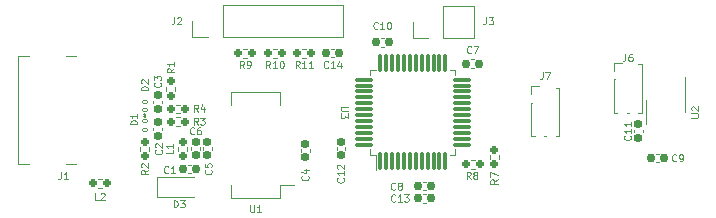
<source format=gto>
G04 #@! TF.GenerationSoftware,KiCad,Pcbnew,(6.0.1)*
G04 #@! TF.CreationDate,2023-03-18T21:45:00+01:00*
G04 #@! TF.ProjectId,usb-magnetometer,7573622d-6d61-4676-9e65-746f6d657465,rev?*
G04 #@! TF.SameCoordinates,Original*
G04 #@! TF.FileFunction,Legend,Top*
G04 #@! TF.FilePolarity,Positive*
%FSLAX46Y46*%
G04 Gerber Fmt 4.6, Leading zero omitted, Abs format (unit mm)*
G04 Created by KiCad (PCBNEW (6.0.1)) date 2023-03-18 21:45:00*
%MOMM*%
%LPD*%
G01*
G04 APERTURE LIST*
G04 Aperture macros list*
%AMRoundRect*
0 Rectangle with rounded corners*
0 $1 Rounding radius*
0 $2 $3 $4 $5 $6 $7 $8 $9 X,Y pos of 4 corners*
0 Add a 4 corners polygon primitive as box body*
4,1,4,$2,$3,$4,$5,$6,$7,$8,$9,$2,$3,0*
0 Add four circle primitives for the rounded corners*
1,1,$1+$1,$2,$3*
1,1,$1+$1,$4,$5*
1,1,$1+$1,$6,$7*
1,1,$1+$1,$8,$9*
0 Add four rect primitives between the rounded corners*
20,1,$1+$1,$2,$3,$4,$5,0*
20,1,$1+$1,$4,$5,$6,$7,0*
20,1,$1+$1,$6,$7,$8,$9,0*
20,1,$1+$1,$8,$9,$2,$3,0*%
G04 Aperture macros list end*
%ADD10C,0.100000*%
%ADD11C,0.120000*%
%ADD12RoundRect,0.160000X-0.197500X-0.160000X0.197500X-0.160000X0.197500X0.160000X-0.197500X0.160000X0*%
%ADD13RoundRect,0.050000X0.200000X-0.100000X0.200000X0.100000X-0.200000X0.100000X-0.200000X-0.100000X0*%
%ADD14RoundRect,0.075000X0.075000X-0.662500X0.075000X0.662500X-0.075000X0.662500X-0.075000X-0.662500X0*%
%ADD15RoundRect,0.075000X0.662500X-0.075000X0.662500X0.075000X-0.662500X0.075000X-0.662500X-0.075000X0*%
%ADD16RoundRect,0.155000X0.155000X-0.212500X0.155000X0.212500X-0.155000X0.212500X-0.155000X-0.212500X0*%
%ADD17RoundRect,0.160000X-0.160000X0.197500X-0.160000X-0.197500X0.160000X-0.197500X0.160000X0.197500X0*%
%ADD18RoundRect,0.155000X-0.155000X0.212500X-0.155000X-0.212500X0.155000X-0.212500X0.155000X0.212500X0*%
%ADD19R,1.000000X1.000000*%
%ADD20RoundRect,0.160000X0.160000X-0.197500X0.160000X0.197500X-0.160000X0.197500X-0.160000X-0.197500X0*%
%ADD21O,0.600000X0.850000*%
%ADD22C,0.600000*%
%ADD23R,2.000000X1.000000*%
%ADD24R,1.000000X0.520000*%
%ADD25R,1.000000X0.270000*%
%ADD26O,2.600000X1.300000*%
%ADD27O,2.300000X1.300000*%
%ADD28RoundRect,0.155000X0.212500X0.155000X-0.212500X0.155000X-0.212500X-0.155000X0.212500X-0.155000X0*%
%ADD29RoundRect,0.160000X0.197500X0.160000X-0.197500X0.160000X-0.197500X-0.160000X0.197500X-0.160000X0*%
%ADD30R,0.850000X0.850000*%
%ADD31O,0.850000X0.850000*%
%ADD32RoundRect,0.155000X-0.212500X-0.155000X0.212500X-0.155000X0.212500X0.155000X-0.212500X0.155000X0*%
%ADD33R,0.450000X1.450000*%
%ADD34RoundRect,0.050000X-0.200000X0.100000X-0.200000X-0.100000X0.200000X-0.100000X0.200000X0.100000X0*%
%ADD35R,1.200000X0.400000*%
%ADD36R,1.700000X1.700000*%
%ADD37O,1.700000X1.700000*%
G04 APERTURE END LIST*
D10*
X85600000Y-148971428D02*
X85400000Y-148685714D01*
X85257142Y-148971428D02*
X85257142Y-148371428D01*
X85485714Y-148371428D01*
X85542857Y-148400000D01*
X85571428Y-148428571D01*
X85600000Y-148485714D01*
X85600000Y-148571428D01*
X85571428Y-148628571D01*
X85542857Y-148657142D01*
X85485714Y-148685714D01*
X85257142Y-148685714D01*
X85942857Y-148628571D02*
X85885714Y-148600000D01*
X85857142Y-148571428D01*
X85828571Y-148514285D01*
X85828571Y-148485714D01*
X85857142Y-148428571D01*
X85885714Y-148400000D01*
X85942857Y-148371428D01*
X86057142Y-148371428D01*
X86114285Y-148400000D01*
X86142857Y-148428571D01*
X86171428Y-148485714D01*
X86171428Y-148514285D01*
X86142857Y-148571428D01*
X86114285Y-148600000D01*
X86057142Y-148628571D01*
X85942857Y-148628571D01*
X85885714Y-148657142D01*
X85857142Y-148685714D01*
X85828571Y-148742857D01*
X85828571Y-148857142D01*
X85857142Y-148914285D01*
X85885714Y-148942857D01*
X85942857Y-148971428D01*
X86057142Y-148971428D01*
X86114285Y-148942857D01*
X86142857Y-148914285D01*
X86171428Y-148857142D01*
X86171428Y-148742857D01*
X86142857Y-148685714D01*
X86114285Y-148657142D01*
X86057142Y-148628571D01*
X58271428Y-141442857D02*
X57671428Y-141442857D01*
X57671428Y-141300000D01*
X57700000Y-141214285D01*
X57757142Y-141157142D01*
X57814285Y-141128571D01*
X57928571Y-141100000D01*
X58014285Y-141100000D01*
X58128571Y-141128571D01*
X58185714Y-141157142D01*
X58242857Y-141214285D01*
X58271428Y-141300000D01*
X58271428Y-141442857D01*
X57728571Y-140871428D02*
X57700000Y-140842857D01*
X57671428Y-140785714D01*
X57671428Y-140642857D01*
X57700000Y-140585714D01*
X57728571Y-140557142D01*
X57785714Y-140528571D01*
X57842857Y-140528571D01*
X57928571Y-140557142D01*
X58271428Y-140900000D01*
X58271428Y-140528571D01*
X62500000Y-144371428D02*
X62300000Y-144085714D01*
X62157142Y-144371428D02*
X62157142Y-143771428D01*
X62385714Y-143771428D01*
X62442857Y-143800000D01*
X62471428Y-143828571D01*
X62500000Y-143885714D01*
X62500000Y-143971428D01*
X62471428Y-144028571D01*
X62442857Y-144057142D01*
X62385714Y-144085714D01*
X62157142Y-144085714D01*
X62700000Y-143771428D02*
X63071428Y-143771428D01*
X62871428Y-144000000D01*
X62957142Y-144000000D01*
X63014285Y-144028571D01*
X63042857Y-144057142D01*
X63071428Y-144114285D01*
X63071428Y-144257142D01*
X63042857Y-144314285D01*
X63014285Y-144342857D01*
X62957142Y-144371428D01*
X62785714Y-144371428D01*
X62728571Y-144342857D01*
X62700000Y-144314285D01*
X75178571Y-142842857D02*
X74692857Y-142842857D01*
X74635714Y-142871428D01*
X74607142Y-142900000D01*
X74578571Y-142957142D01*
X74578571Y-143071428D01*
X74607142Y-143128571D01*
X74635714Y-143157142D01*
X74692857Y-143185714D01*
X75178571Y-143185714D01*
X75178571Y-143414285D02*
X75178571Y-143785714D01*
X74950000Y-143585714D01*
X74950000Y-143671428D01*
X74921428Y-143728571D01*
X74892857Y-143757142D01*
X74835714Y-143785714D01*
X74692857Y-143785714D01*
X74635714Y-143757142D01*
X74607142Y-143728571D01*
X74578571Y-143671428D01*
X74578571Y-143500000D01*
X74607142Y-143442857D01*
X74635714Y-143414285D01*
X59314285Y-140800000D02*
X59342857Y-140828571D01*
X59371428Y-140914285D01*
X59371428Y-140971428D01*
X59342857Y-141057142D01*
X59285714Y-141114285D01*
X59228571Y-141142857D01*
X59114285Y-141171428D01*
X59028571Y-141171428D01*
X58914285Y-141142857D01*
X58857142Y-141114285D01*
X58800000Y-141057142D01*
X58771428Y-140971428D01*
X58771428Y-140914285D01*
X58800000Y-140828571D01*
X58828571Y-140800000D01*
X58771428Y-140600000D02*
X58771428Y-140228571D01*
X59000000Y-140428571D01*
X59000000Y-140342857D01*
X59028571Y-140285714D01*
X59057142Y-140257142D01*
X59114285Y-140228571D01*
X59257142Y-140228571D01*
X59314285Y-140257142D01*
X59342857Y-140285714D01*
X59371428Y-140342857D01*
X59371428Y-140514285D01*
X59342857Y-140571428D01*
X59314285Y-140600000D01*
X58271428Y-148200000D02*
X57985714Y-148400000D01*
X58271428Y-148542857D02*
X57671428Y-148542857D01*
X57671428Y-148314285D01*
X57700000Y-148257142D01*
X57728571Y-148228571D01*
X57785714Y-148200000D01*
X57871428Y-148200000D01*
X57928571Y-148228571D01*
X57957142Y-148257142D01*
X57985714Y-148314285D01*
X57985714Y-148542857D01*
X57728571Y-147971428D02*
X57700000Y-147942857D01*
X57671428Y-147885714D01*
X57671428Y-147742857D01*
X57700000Y-147685714D01*
X57728571Y-147657142D01*
X57785714Y-147628571D01*
X57842857Y-147628571D01*
X57928571Y-147657142D01*
X58271428Y-148000000D01*
X58271428Y-147628571D01*
X63614285Y-148200000D02*
X63642857Y-148228571D01*
X63671428Y-148314285D01*
X63671428Y-148371428D01*
X63642857Y-148457142D01*
X63585714Y-148514285D01*
X63528571Y-148542857D01*
X63414285Y-148571428D01*
X63328571Y-148571428D01*
X63214285Y-148542857D01*
X63157142Y-148514285D01*
X63100000Y-148457142D01*
X63071428Y-148371428D01*
X63071428Y-148314285D01*
X63100000Y-148228571D01*
X63128571Y-148200000D01*
X63071428Y-147657142D02*
X63071428Y-147942857D01*
X63357142Y-147971428D01*
X63328571Y-147942857D01*
X63300000Y-147885714D01*
X63300000Y-147742857D01*
X63328571Y-147685714D01*
X63357142Y-147657142D01*
X63414285Y-147628571D01*
X63557142Y-147628571D01*
X63614285Y-147657142D01*
X63642857Y-147685714D01*
X63671428Y-147742857D01*
X63671428Y-147885714D01*
X63642857Y-147942857D01*
X63614285Y-147971428D01*
X60457142Y-151371428D02*
X60457142Y-150771428D01*
X60600000Y-150771428D01*
X60685714Y-150800000D01*
X60742857Y-150857142D01*
X60771428Y-150914285D01*
X60800000Y-151028571D01*
X60800000Y-151114285D01*
X60771428Y-151228571D01*
X60742857Y-151285714D01*
X60685714Y-151342857D01*
X60600000Y-151371428D01*
X60457142Y-151371428D01*
X61000000Y-150771428D02*
X61371428Y-150771428D01*
X61171428Y-151000000D01*
X61257142Y-151000000D01*
X61314285Y-151028571D01*
X61342857Y-151057142D01*
X61371428Y-151114285D01*
X61371428Y-151257142D01*
X61342857Y-151314285D01*
X61314285Y-151342857D01*
X61257142Y-151371428D01*
X61085714Y-151371428D01*
X61028571Y-151342857D01*
X61000000Y-151314285D01*
X87871428Y-149000000D02*
X87585714Y-149200000D01*
X87871428Y-149342857D02*
X87271428Y-149342857D01*
X87271428Y-149114285D01*
X87300000Y-149057142D01*
X87328571Y-149028571D01*
X87385714Y-149000000D01*
X87471428Y-149000000D01*
X87528571Y-149028571D01*
X87557142Y-149057142D01*
X87585714Y-149114285D01*
X87585714Y-149342857D01*
X87271428Y-148800000D02*
X87271428Y-148400000D01*
X87871428Y-148657142D01*
X50900000Y-148371428D02*
X50900000Y-148800000D01*
X50871428Y-148885714D01*
X50814285Y-148942857D01*
X50728571Y-148971428D01*
X50671428Y-148971428D01*
X51500000Y-148971428D02*
X51157142Y-148971428D01*
X51328571Y-148971428D02*
X51328571Y-148371428D01*
X51271428Y-148457142D01*
X51214285Y-148514285D01*
X51157142Y-148542857D01*
X79200000Y-149814285D02*
X79171428Y-149842857D01*
X79085714Y-149871428D01*
X79028571Y-149871428D01*
X78942857Y-149842857D01*
X78885714Y-149785714D01*
X78857142Y-149728571D01*
X78828571Y-149614285D01*
X78828571Y-149528571D01*
X78857142Y-149414285D01*
X78885714Y-149357142D01*
X78942857Y-149300000D01*
X79028571Y-149271428D01*
X79085714Y-149271428D01*
X79171428Y-149300000D01*
X79200000Y-149328571D01*
X79542857Y-149528571D02*
X79485714Y-149500000D01*
X79457142Y-149471428D01*
X79428571Y-149414285D01*
X79428571Y-149385714D01*
X79457142Y-149328571D01*
X79485714Y-149300000D01*
X79542857Y-149271428D01*
X79657142Y-149271428D01*
X79714285Y-149300000D01*
X79742857Y-149328571D01*
X79771428Y-149385714D01*
X79771428Y-149414285D01*
X79742857Y-149471428D01*
X79714285Y-149500000D01*
X79657142Y-149528571D01*
X79542857Y-149528571D01*
X79485714Y-149557142D01*
X79457142Y-149585714D01*
X79428571Y-149642857D01*
X79428571Y-149757142D01*
X79457142Y-149814285D01*
X79485714Y-149842857D01*
X79542857Y-149871428D01*
X79657142Y-149871428D01*
X79714285Y-149842857D01*
X79742857Y-149814285D01*
X79771428Y-149757142D01*
X79771428Y-149642857D01*
X79742857Y-149585714D01*
X79714285Y-149557142D01*
X79657142Y-149528571D01*
X74814285Y-148885714D02*
X74842857Y-148914285D01*
X74871428Y-149000000D01*
X74871428Y-149057142D01*
X74842857Y-149142857D01*
X74785714Y-149200000D01*
X74728571Y-149228571D01*
X74614285Y-149257142D01*
X74528571Y-149257142D01*
X74414285Y-149228571D01*
X74357142Y-149200000D01*
X74300000Y-149142857D01*
X74271428Y-149057142D01*
X74271428Y-149000000D01*
X74300000Y-148914285D01*
X74328571Y-148885714D01*
X74871428Y-148314285D02*
X74871428Y-148657142D01*
X74871428Y-148485714D02*
X74271428Y-148485714D01*
X74357142Y-148542857D01*
X74414285Y-148600000D01*
X74442857Y-148657142D01*
X74328571Y-148085714D02*
X74300000Y-148057142D01*
X74271428Y-148000000D01*
X74271428Y-147857142D01*
X74300000Y-147800000D01*
X74328571Y-147771428D01*
X74385714Y-147742857D01*
X74442857Y-147742857D01*
X74528571Y-147771428D01*
X74871428Y-148114285D01*
X74871428Y-147742857D01*
X54100000Y-150741428D02*
X53814285Y-150741428D01*
X53814285Y-150141428D01*
X54271428Y-150198571D02*
X54300000Y-150170000D01*
X54357142Y-150141428D01*
X54500000Y-150141428D01*
X54557142Y-150170000D01*
X54585714Y-150198571D01*
X54614285Y-150255714D01*
X54614285Y-150312857D01*
X54585714Y-150398571D01*
X54242857Y-150741428D01*
X54614285Y-150741428D01*
X66400000Y-139571428D02*
X66200000Y-139285714D01*
X66057142Y-139571428D02*
X66057142Y-138971428D01*
X66285714Y-138971428D01*
X66342857Y-139000000D01*
X66371428Y-139028571D01*
X66400000Y-139085714D01*
X66400000Y-139171428D01*
X66371428Y-139228571D01*
X66342857Y-139257142D01*
X66285714Y-139285714D01*
X66057142Y-139285714D01*
X66685714Y-139571428D02*
X66800000Y-139571428D01*
X66857142Y-139542857D01*
X66885714Y-139514285D01*
X66942857Y-139428571D01*
X66971428Y-139314285D01*
X66971428Y-139085714D01*
X66942857Y-139028571D01*
X66914285Y-139000000D01*
X66857142Y-138971428D01*
X66742857Y-138971428D01*
X66685714Y-139000000D01*
X66657142Y-139028571D01*
X66628571Y-139085714D01*
X66628571Y-139228571D01*
X66657142Y-139285714D01*
X66685714Y-139314285D01*
X66742857Y-139342857D01*
X66857142Y-139342857D01*
X66914285Y-139314285D01*
X66942857Y-139285714D01*
X66971428Y-139228571D01*
X68614285Y-139571428D02*
X68414285Y-139285714D01*
X68271428Y-139571428D02*
X68271428Y-138971428D01*
X68500000Y-138971428D01*
X68557142Y-139000000D01*
X68585714Y-139028571D01*
X68614285Y-139085714D01*
X68614285Y-139171428D01*
X68585714Y-139228571D01*
X68557142Y-139257142D01*
X68500000Y-139285714D01*
X68271428Y-139285714D01*
X69185714Y-139571428D02*
X68842857Y-139571428D01*
X69014285Y-139571428D02*
X69014285Y-138971428D01*
X68957142Y-139057142D01*
X68900000Y-139114285D01*
X68842857Y-139142857D01*
X69557142Y-138971428D02*
X69614285Y-138971428D01*
X69671428Y-139000000D01*
X69700000Y-139028571D01*
X69728571Y-139085714D01*
X69757142Y-139200000D01*
X69757142Y-139342857D01*
X69728571Y-139457142D01*
X69700000Y-139514285D01*
X69671428Y-139542857D01*
X69614285Y-139571428D01*
X69557142Y-139571428D01*
X69500000Y-139542857D01*
X69471428Y-139514285D01*
X69442857Y-139457142D01*
X69414285Y-139342857D01*
X69414285Y-139200000D01*
X69442857Y-139085714D01*
X69471428Y-139028571D01*
X69500000Y-139000000D01*
X69557142Y-138971428D01*
X71814285Y-148700000D02*
X71842857Y-148728571D01*
X71871428Y-148814285D01*
X71871428Y-148871428D01*
X71842857Y-148957142D01*
X71785714Y-149014285D01*
X71728571Y-149042857D01*
X71614285Y-149071428D01*
X71528571Y-149071428D01*
X71414285Y-149042857D01*
X71357142Y-149014285D01*
X71300000Y-148957142D01*
X71271428Y-148871428D01*
X71271428Y-148814285D01*
X71300000Y-148728571D01*
X71328571Y-148700000D01*
X71471428Y-148185714D02*
X71871428Y-148185714D01*
X71242857Y-148328571D02*
X71671428Y-148471428D01*
X71671428Y-148100000D01*
X98700000Y-138371428D02*
X98700000Y-138800000D01*
X98671428Y-138885714D01*
X98614285Y-138942857D01*
X98528571Y-138971428D01*
X98471428Y-138971428D01*
X99242857Y-138371428D02*
X99128571Y-138371428D01*
X99071428Y-138400000D01*
X99042857Y-138428571D01*
X98985714Y-138514285D01*
X98957142Y-138628571D01*
X98957142Y-138857142D01*
X98985714Y-138914285D01*
X99014285Y-138942857D01*
X99071428Y-138971428D01*
X99185714Y-138971428D01*
X99242857Y-138942857D01*
X99271428Y-138914285D01*
X99300000Y-138857142D01*
X99300000Y-138714285D01*
X99271428Y-138657142D01*
X99242857Y-138628571D01*
X99185714Y-138600000D01*
X99071428Y-138600000D01*
X99014285Y-138628571D01*
X98985714Y-138657142D01*
X98957142Y-138714285D01*
X91700000Y-139911428D02*
X91700000Y-140340000D01*
X91671428Y-140425714D01*
X91614285Y-140482857D01*
X91528571Y-140511428D01*
X91471428Y-140511428D01*
X91928571Y-139911428D02*
X92328571Y-139911428D01*
X92071428Y-140511428D01*
X77714285Y-136214285D02*
X77685714Y-136242857D01*
X77600000Y-136271428D01*
X77542857Y-136271428D01*
X77457142Y-136242857D01*
X77400000Y-136185714D01*
X77371428Y-136128571D01*
X77342857Y-136014285D01*
X77342857Y-135928571D01*
X77371428Y-135814285D01*
X77400000Y-135757142D01*
X77457142Y-135700000D01*
X77542857Y-135671428D01*
X77600000Y-135671428D01*
X77685714Y-135700000D01*
X77714285Y-135728571D01*
X78285714Y-136271428D02*
X77942857Y-136271428D01*
X78114285Y-136271428D02*
X78114285Y-135671428D01*
X78057142Y-135757142D01*
X78000000Y-135814285D01*
X77942857Y-135842857D01*
X78657142Y-135671428D02*
X78714285Y-135671428D01*
X78771428Y-135700000D01*
X78800000Y-135728571D01*
X78828571Y-135785714D01*
X78857142Y-135900000D01*
X78857142Y-136042857D01*
X78828571Y-136157142D01*
X78800000Y-136214285D01*
X78771428Y-136242857D01*
X78714285Y-136271428D01*
X78657142Y-136271428D01*
X78600000Y-136242857D01*
X78571428Y-136214285D01*
X78542857Y-136157142D01*
X78514285Y-136042857D01*
X78514285Y-135900000D01*
X78542857Y-135785714D01*
X78571428Y-135728571D01*
X78600000Y-135700000D01*
X78657142Y-135671428D01*
X104271428Y-143757142D02*
X104757142Y-143757142D01*
X104814285Y-143728571D01*
X104842857Y-143700000D01*
X104871428Y-143642857D01*
X104871428Y-143528571D01*
X104842857Y-143471428D01*
X104814285Y-143442857D01*
X104757142Y-143414285D01*
X104271428Y-143414285D01*
X104328571Y-143157142D02*
X104300000Y-143128571D01*
X104271428Y-143071428D01*
X104271428Y-142928571D01*
X104300000Y-142871428D01*
X104328571Y-142842857D01*
X104385714Y-142814285D01*
X104442857Y-142814285D01*
X104528571Y-142842857D01*
X104871428Y-143185714D01*
X104871428Y-142814285D01*
X99114285Y-145285714D02*
X99142857Y-145314285D01*
X99171428Y-145400000D01*
X99171428Y-145457142D01*
X99142857Y-145542857D01*
X99085714Y-145600000D01*
X99028571Y-145628571D01*
X98914285Y-145657142D01*
X98828571Y-145657142D01*
X98714285Y-145628571D01*
X98657142Y-145600000D01*
X98600000Y-145542857D01*
X98571428Y-145457142D01*
X98571428Y-145400000D01*
X98600000Y-145314285D01*
X98628571Y-145285714D01*
X99171428Y-144714285D02*
X99171428Y-145057142D01*
X99171428Y-144885714D02*
X98571428Y-144885714D01*
X98657142Y-144942857D01*
X98714285Y-145000000D01*
X98742857Y-145057142D01*
X99171428Y-144142857D02*
X99171428Y-144485714D01*
X99171428Y-144314285D02*
X98571428Y-144314285D01*
X98657142Y-144371428D01*
X98714285Y-144428571D01*
X98742857Y-144485714D01*
X57371428Y-144342857D02*
X56771428Y-144342857D01*
X56771428Y-144200000D01*
X56800000Y-144114285D01*
X56857142Y-144057142D01*
X56914285Y-144028571D01*
X57028571Y-144000000D01*
X57114285Y-144000000D01*
X57228571Y-144028571D01*
X57285714Y-144057142D01*
X57342857Y-144114285D01*
X57371428Y-144200000D01*
X57371428Y-144342857D01*
X57371428Y-143428571D02*
X57371428Y-143771428D01*
X57371428Y-143600000D02*
X56771428Y-143600000D01*
X56857142Y-143657142D01*
X56914285Y-143714285D01*
X56942857Y-143771428D01*
X66942857Y-151171428D02*
X66942857Y-151657142D01*
X66971428Y-151714285D01*
X67000000Y-151742857D01*
X67057142Y-151771428D01*
X67171428Y-151771428D01*
X67228571Y-151742857D01*
X67257142Y-151714285D01*
X67285714Y-151657142D01*
X67285714Y-151171428D01*
X67885714Y-151771428D02*
X67542857Y-151771428D01*
X67714285Y-151771428D02*
X67714285Y-151171428D01*
X67657142Y-151257142D01*
X67600000Y-151314285D01*
X67542857Y-151342857D01*
X62200000Y-145114285D02*
X62171428Y-145142857D01*
X62085714Y-145171428D01*
X62028571Y-145171428D01*
X61942857Y-145142857D01*
X61885714Y-145085714D01*
X61857142Y-145028571D01*
X61828571Y-144914285D01*
X61828571Y-144828571D01*
X61857142Y-144714285D01*
X61885714Y-144657142D01*
X61942857Y-144600000D01*
X62028571Y-144571428D01*
X62085714Y-144571428D01*
X62171428Y-144600000D01*
X62200000Y-144628571D01*
X62714285Y-144571428D02*
X62600000Y-144571428D01*
X62542857Y-144600000D01*
X62514285Y-144628571D01*
X62457142Y-144714285D01*
X62428571Y-144828571D01*
X62428571Y-145057142D01*
X62457142Y-145114285D01*
X62485714Y-145142857D01*
X62542857Y-145171428D01*
X62657142Y-145171428D01*
X62714285Y-145142857D01*
X62742857Y-145114285D01*
X62771428Y-145057142D01*
X62771428Y-144914285D01*
X62742857Y-144857142D01*
X62714285Y-144828571D01*
X62657142Y-144800000D01*
X62542857Y-144800000D01*
X62485714Y-144828571D01*
X62457142Y-144857142D01*
X62428571Y-144914285D01*
X60471428Y-139600000D02*
X60185714Y-139800000D01*
X60471428Y-139942857D02*
X59871428Y-139942857D01*
X59871428Y-139714285D01*
X59900000Y-139657142D01*
X59928571Y-139628571D01*
X59985714Y-139600000D01*
X60071428Y-139600000D01*
X60128571Y-139628571D01*
X60157142Y-139657142D01*
X60185714Y-139714285D01*
X60185714Y-139942857D01*
X60471428Y-139028571D02*
X60471428Y-139371428D01*
X60471428Y-139200000D02*
X59871428Y-139200000D01*
X59957142Y-139257142D01*
X60014285Y-139314285D01*
X60042857Y-139371428D01*
X73514285Y-139514285D02*
X73485714Y-139542857D01*
X73400000Y-139571428D01*
X73342857Y-139571428D01*
X73257142Y-139542857D01*
X73200000Y-139485714D01*
X73171428Y-139428571D01*
X73142857Y-139314285D01*
X73142857Y-139228571D01*
X73171428Y-139114285D01*
X73200000Y-139057142D01*
X73257142Y-139000000D01*
X73342857Y-138971428D01*
X73400000Y-138971428D01*
X73485714Y-139000000D01*
X73514285Y-139028571D01*
X74085714Y-139571428D02*
X73742857Y-139571428D01*
X73914285Y-139571428D02*
X73914285Y-138971428D01*
X73857142Y-139057142D01*
X73800000Y-139114285D01*
X73742857Y-139142857D01*
X74600000Y-139171428D02*
X74600000Y-139571428D01*
X74457142Y-138942857D02*
X74314285Y-139371428D01*
X74685714Y-139371428D01*
X60500000Y-135271428D02*
X60500000Y-135700000D01*
X60471428Y-135785714D01*
X60414285Y-135842857D01*
X60328571Y-135871428D01*
X60271428Y-135871428D01*
X60757142Y-135328571D02*
X60785714Y-135300000D01*
X60842857Y-135271428D01*
X60985714Y-135271428D01*
X61042857Y-135300000D01*
X61071428Y-135328571D01*
X61100000Y-135385714D01*
X61100000Y-135442857D01*
X61071428Y-135528571D01*
X60728571Y-135871428D01*
X61100000Y-135871428D01*
X71114285Y-139571428D02*
X70914285Y-139285714D01*
X70771428Y-139571428D02*
X70771428Y-138971428D01*
X71000000Y-138971428D01*
X71057142Y-139000000D01*
X71085714Y-139028571D01*
X71114285Y-139085714D01*
X71114285Y-139171428D01*
X71085714Y-139228571D01*
X71057142Y-139257142D01*
X71000000Y-139285714D01*
X70771428Y-139285714D01*
X71685714Y-139571428D02*
X71342857Y-139571428D01*
X71514285Y-139571428D02*
X71514285Y-138971428D01*
X71457142Y-139057142D01*
X71400000Y-139114285D01*
X71342857Y-139142857D01*
X72257142Y-139571428D02*
X71914285Y-139571428D01*
X72085714Y-139571428D02*
X72085714Y-138971428D01*
X72028571Y-139057142D01*
X71971428Y-139114285D01*
X71914285Y-139142857D01*
X79214285Y-150814285D02*
X79185714Y-150842857D01*
X79100000Y-150871428D01*
X79042857Y-150871428D01*
X78957142Y-150842857D01*
X78900000Y-150785714D01*
X78871428Y-150728571D01*
X78842857Y-150614285D01*
X78842857Y-150528571D01*
X78871428Y-150414285D01*
X78900000Y-150357142D01*
X78957142Y-150300000D01*
X79042857Y-150271428D01*
X79100000Y-150271428D01*
X79185714Y-150300000D01*
X79214285Y-150328571D01*
X79785714Y-150871428D02*
X79442857Y-150871428D01*
X79614285Y-150871428D02*
X79614285Y-150271428D01*
X79557142Y-150357142D01*
X79500000Y-150414285D01*
X79442857Y-150442857D01*
X79985714Y-150271428D02*
X80357142Y-150271428D01*
X80157142Y-150500000D01*
X80242857Y-150500000D01*
X80300000Y-150528571D01*
X80328571Y-150557142D01*
X80357142Y-150614285D01*
X80357142Y-150757142D01*
X80328571Y-150814285D01*
X80300000Y-150842857D01*
X80242857Y-150871428D01*
X80071428Y-150871428D01*
X80014285Y-150842857D01*
X79985714Y-150814285D01*
X86900000Y-135271428D02*
X86900000Y-135700000D01*
X86871428Y-135785714D01*
X86814285Y-135842857D01*
X86728571Y-135871428D01*
X86671428Y-135871428D01*
X87128571Y-135271428D02*
X87500000Y-135271428D01*
X87300000Y-135500000D01*
X87385714Y-135500000D01*
X87442857Y-135528571D01*
X87471428Y-135557142D01*
X87500000Y-135614285D01*
X87500000Y-135757142D01*
X87471428Y-135814285D01*
X87442857Y-135842857D01*
X87385714Y-135871428D01*
X87214285Y-135871428D01*
X87157142Y-135842857D01*
X87128571Y-135814285D01*
X62500000Y-143271428D02*
X62300000Y-142985714D01*
X62157142Y-143271428D02*
X62157142Y-142671428D01*
X62385714Y-142671428D01*
X62442857Y-142700000D01*
X62471428Y-142728571D01*
X62500000Y-142785714D01*
X62500000Y-142871428D01*
X62471428Y-142928571D01*
X62442857Y-142957142D01*
X62385714Y-142985714D01*
X62157142Y-142985714D01*
X63014285Y-142871428D02*
X63014285Y-143271428D01*
X62871428Y-142642857D02*
X62728571Y-143071428D01*
X63100000Y-143071428D01*
X103000000Y-147414285D02*
X102971428Y-147442857D01*
X102885714Y-147471428D01*
X102828571Y-147471428D01*
X102742857Y-147442857D01*
X102685714Y-147385714D01*
X102657142Y-147328571D01*
X102628571Y-147214285D01*
X102628571Y-147128571D01*
X102657142Y-147014285D01*
X102685714Y-146957142D01*
X102742857Y-146900000D01*
X102828571Y-146871428D01*
X102885714Y-146871428D01*
X102971428Y-146900000D01*
X103000000Y-146928571D01*
X103285714Y-147471428D02*
X103400000Y-147471428D01*
X103457142Y-147442857D01*
X103485714Y-147414285D01*
X103542857Y-147328571D01*
X103571428Y-147214285D01*
X103571428Y-146985714D01*
X103542857Y-146928571D01*
X103514285Y-146900000D01*
X103457142Y-146871428D01*
X103342857Y-146871428D01*
X103285714Y-146900000D01*
X103257142Y-146928571D01*
X103228571Y-146985714D01*
X103228571Y-147128571D01*
X103257142Y-147185714D01*
X103285714Y-147214285D01*
X103342857Y-147242857D01*
X103457142Y-147242857D01*
X103514285Y-147214285D01*
X103542857Y-147185714D01*
X103571428Y-147128571D01*
X85650000Y-138254285D02*
X85621428Y-138282857D01*
X85535714Y-138311428D01*
X85478571Y-138311428D01*
X85392857Y-138282857D01*
X85335714Y-138225714D01*
X85307142Y-138168571D01*
X85278571Y-138054285D01*
X85278571Y-137968571D01*
X85307142Y-137854285D01*
X85335714Y-137797142D01*
X85392857Y-137740000D01*
X85478571Y-137711428D01*
X85535714Y-137711428D01*
X85621428Y-137740000D01*
X85650000Y-137768571D01*
X85850000Y-137711428D02*
X86250000Y-137711428D01*
X85992857Y-138311428D01*
X59414285Y-146500000D02*
X59442857Y-146528571D01*
X59471428Y-146614285D01*
X59471428Y-146671428D01*
X59442857Y-146757142D01*
X59385714Y-146814285D01*
X59328571Y-146842857D01*
X59214285Y-146871428D01*
X59128571Y-146871428D01*
X59014285Y-146842857D01*
X58957142Y-146814285D01*
X58900000Y-146757142D01*
X58871428Y-146671428D01*
X58871428Y-146614285D01*
X58900000Y-146528571D01*
X58928571Y-146500000D01*
X58928571Y-146271428D02*
X58900000Y-146242857D01*
X58871428Y-146185714D01*
X58871428Y-146042857D01*
X58900000Y-145985714D01*
X58928571Y-145957142D01*
X58985714Y-145928571D01*
X59042857Y-145928571D01*
X59128571Y-145957142D01*
X59471428Y-146300000D01*
X59471428Y-145928571D01*
X60371428Y-146500000D02*
X60371428Y-146785714D01*
X59771428Y-146785714D01*
X60371428Y-145985714D02*
X60371428Y-146328571D01*
X60371428Y-146157142D02*
X59771428Y-146157142D01*
X59857142Y-146214285D01*
X59914285Y-146271428D01*
X59942857Y-146328571D01*
X60000000Y-148414285D02*
X59971428Y-148442857D01*
X59885714Y-148471428D01*
X59828571Y-148471428D01*
X59742857Y-148442857D01*
X59685714Y-148385714D01*
X59657142Y-148328571D01*
X59628571Y-148214285D01*
X59628571Y-148128571D01*
X59657142Y-148014285D01*
X59685714Y-147957142D01*
X59742857Y-147900000D01*
X59828571Y-147871428D01*
X59885714Y-147871428D01*
X59971428Y-147900000D01*
X60000000Y-147928571D01*
X60571428Y-148471428D02*
X60228571Y-148471428D01*
X60400000Y-148471428D02*
X60400000Y-147871428D01*
X60342857Y-147957142D01*
X60285714Y-148014285D01*
X60228571Y-148042857D01*
X85632379Y-148080000D02*
X85967621Y-148080000D01*
X85632379Y-147320000D02*
X85967621Y-147320000D01*
X58100000Y-143700000D02*
G75*
G03*
X58100000Y-143700000I-100000J0D01*
G01*
X60632379Y-144480000D02*
X60967621Y-144480000D01*
X60632379Y-143720000D02*
X60967621Y-143720000D01*
X84310000Y-146460000D02*
X84310000Y-146910000D01*
X84310000Y-146910000D02*
X83860000Y-146910000D01*
X77090000Y-139690000D02*
X77540000Y-139690000D01*
X77090000Y-146910000D02*
X77540000Y-146910000D01*
X77090000Y-140140000D02*
X77090000Y-139690000D01*
X84310000Y-140140000D02*
X84310000Y-139690000D01*
X84310000Y-139690000D02*
X83860000Y-139690000D01*
X77090000Y-146460000D02*
X77090000Y-146910000D01*
X77540000Y-146910000D02*
X77540000Y-148200000D01*
X59460000Y-142548335D02*
X59460000Y-142316665D01*
X58740000Y-142548335D02*
X58740000Y-142316665D01*
X58380000Y-146232379D02*
X58380000Y-146567621D01*
X57620000Y-146232379D02*
X57620000Y-146567621D01*
X63660000Y-146284165D02*
X63660000Y-146515835D01*
X62940000Y-146284165D02*
X62940000Y-146515835D01*
X59000000Y-148750000D02*
X62150000Y-148750000D01*
X59000000Y-150450000D02*
X62150000Y-150450000D01*
X59000000Y-148750000D02*
X59000000Y-150450000D01*
X87220000Y-147267621D02*
X87220000Y-146932379D01*
X87980000Y-147267621D02*
X87980000Y-146932379D01*
X47240000Y-138520000D02*
X47240000Y-147680000D01*
X52165000Y-147680000D02*
X51310000Y-147680000D01*
X52165000Y-138520000D02*
X51310000Y-138520000D01*
X48190000Y-147680000D02*
X47240000Y-147680000D01*
X48190000Y-138520000D02*
X47240000Y-138520000D01*
X81815835Y-149190000D02*
X81584165Y-149190000D01*
X81815835Y-149910000D02*
X81584165Y-149910000D01*
X74240000Y-146515835D02*
X74240000Y-146284165D01*
X74960000Y-146515835D02*
X74960000Y-146284165D01*
X54367621Y-148920000D02*
X54032379Y-148920000D01*
X54367621Y-149680000D02*
X54032379Y-149680000D01*
X66332379Y-137920000D02*
X66667621Y-137920000D01*
X66332379Y-138680000D02*
X66667621Y-138680000D01*
X68832379Y-137920000D02*
X69167621Y-137920000D01*
X68832379Y-138680000D02*
X69167621Y-138680000D01*
X71240000Y-146683335D02*
X71240000Y-146451665D01*
X71960000Y-146683335D02*
X71960000Y-146451665D01*
D11*
X99794493Y-139240000D02*
X100110000Y-139240000D01*
X97690000Y-140485000D02*
X97791724Y-140485000D01*
X97690000Y-139800000D02*
X97690000Y-139115000D01*
X97690000Y-139115000D02*
X98400000Y-139115000D01*
X97690000Y-140485000D02*
X97690000Y-143360000D01*
X99794493Y-143360000D02*
X100110000Y-143360000D01*
X100110000Y-139240000D02*
X100110000Y-143360000D01*
X97690000Y-143360000D02*
X98005507Y-143360000D01*
X98794493Y-143360000D02*
X99005507Y-143360000D01*
X90690000Y-141115000D02*
X91400000Y-141115000D01*
X90690000Y-141800000D02*
X90690000Y-141115000D01*
X90690000Y-145360000D02*
X91005507Y-145360000D01*
X92794493Y-145360000D02*
X93110000Y-145360000D01*
X90690000Y-142485000D02*
X90791724Y-142485000D01*
X90690000Y-142485000D02*
X90690000Y-145360000D01*
X92794493Y-141240000D02*
X93110000Y-141240000D01*
X93110000Y-141240000D02*
X93110000Y-145360000D01*
X91794493Y-145360000D02*
X92005507Y-145360000D01*
D10*
X78034165Y-137760000D02*
X78265835Y-137760000D01*
X78034165Y-137040000D02*
X78265835Y-137040000D01*
X100480000Y-144300000D02*
X100480000Y-142300000D01*
X103720000Y-143300000D02*
X103720000Y-140300000D01*
X99440000Y-145015835D02*
X99440000Y-144784165D01*
X100160000Y-145015835D02*
X100160000Y-144784165D01*
X58100000Y-143532500D02*
G75*
G03*
X58100000Y-143532500I-100000J0D01*
G01*
X69475000Y-141625000D02*
X65325000Y-141625000D01*
X65325000Y-141625000D02*
X65325000Y-142735000D01*
X69475000Y-149465000D02*
X70600000Y-149465000D01*
X69475000Y-149465000D02*
X69475000Y-150575000D01*
X69475000Y-150575000D02*
X65325000Y-150575000D01*
X65325000Y-150575000D02*
X65325000Y-149465000D01*
X69475000Y-141625000D02*
X69475000Y-142735000D01*
X61940000Y-146284165D02*
X61940000Y-146515835D01*
X62660000Y-146284165D02*
X62660000Y-146515835D01*
X60580000Y-141467621D02*
X60580000Y-141132379D01*
X59820000Y-141467621D02*
X59820000Y-141132379D01*
X73784165Y-138660000D02*
X74015835Y-138660000D01*
X73784165Y-137940000D02*
X74015835Y-137940000D01*
X64595000Y-134270000D02*
X74815000Y-134270000D01*
X61995000Y-136930000D02*
X61995000Y-135600000D01*
X63325000Y-136930000D02*
X61995000Y-136930000D01*
X74815000Y-136930000D02*
X74815000Y-134270000D01*
X64595000Y-136930000D02*
X74815000Y-136930000D01*
X64595000Y-136930000D02*
X64595000Y-134270000D01*
X71332379Y-137920000D02*
X71667621Y-137920000D01*
X71332379Y-138680000D02*
X71667621Y-138680000D01*
X81815835Y-150240000D02*
X81584165Y-150240000D01*
X81815835Y-150960000D02*
X81584165Y-150960000D01*
X83295000Y-134320000D02*
X85895000Y-134320000D01*
X83295000Y-136980000D02*
X83295000Y-134320000D01*
X85895000Y-136980000D02*
X85895000Y-134320000D01*
X83295000Y-136980000D02*
X85895000Y-136980000D01*
X82025000Y-136980000D02*
X80695000Y-136980000D01*
X80695000Y-136980000D02*
X80695000Y-135650000D01*
X60632379Y-143412500D02*
X60967621Y-143412500D01*
X60632379Y-142652500D02*
X60967621Y-142652500D01*
X101284165Y-146840000D02*
X101515835Y-146840000D01*
X101284165Y-147560000D02*
X101515835Y-147560000D01*
D11*
X85634165Y-138840000D02*
X85865835Y-138840000D01*
X85634165Y-139560000D02*
X85865835Y-139560000D01*
D10*
X58740000Y-144616665D02*
X58740000Y-144848335D01*
X59460000Y-144616665D02*
X59460000Y-144848335D01*
X61580000Y-146567621D02*
X61580000Y-146232379D01*
X60820000Y-146567621D02*
X60820000Y-146232379D01*
X61684165Y-148460000D02*
X61915835Y-148460000D01*
X61684165Y-147740000D02*
X61915835Y-147740000D01*
%LPC*%
D12*
X85202500Y-147700000D03*
X86397500Y-147700000D03*
D13*
X58000000Y-143150000D03*
X58000000Y-142450000D03*
D12*
X60202500Y-144100000D03*
X61397500Y-144100000D03*
D14*
X77950000Y-147462500D03*
X78450000Y-147462500D03*
X78950000Y-147462500D03*
X79450000Y-147462500D03*
X79950000Y-147462500D03*
X80450000Y-147462500D03*
X80950000Y-147462500D03*
X81450000Y-147462500D03*
X81950000Y-147462500D03*
X82450000Y-147462500D03*
X82950000Y-147462500D03*
X83450000Y-147462500D03*
D15*
X84862500Y-146050000D03*
X84862500Y-145550000D03*
X84862500Y-145050000D03*
X84862500Y-144550000D03*
X84862500Y-144050000D03*
X84862500Y-143550000D03*
X84862500Y-143050000D03*
X84862500Y-142550000D03*
X84862500Y-142050000D03*
X84862500Y-141550000D03*
X84862500Y-141050000D03*
X84862500Y-140550000D03*
D14*
X83450000Y-139137500D03*
X82950000Y-139137500D03*
X82450000Y-139137500D03*
X81950000Y-139137500D03*
X81450000Y-139137500D03*
X80950000Y-139137500D03*
X80450000Y-139137500D03*
X79950000Y-139137500D03*
X79450000Y-139137500D03*
X78950000Y-139137500D03*
X78450000Y-139137500D03*
X77950000Y-139137500D03*
D15*
X76537500Y-140550000D03*
X76537500Y-141050000D03*
X76537500Y-141550000D03*
X76537500Y-142050000D03*
X76537500Y-142550000D03*
X76537500Y-143050000D03*
X76537500Y-143550000D03*
X76537500Y-144050000D03*
X76537500Y-144550000D03*
X76537500Y-145050000D03*
X76537500Y-145550000D03*
X76537500Y-146050000D03*
D16*
X59100000Y-143000000D03*
X59100000Y-141865000D03*
D17*
X58000000Y-145802500D03*
X58000000Y-146997500D03*
D18*
X63300000Y-145832500D03*
X63300000Y-146967500D03*
D19*
X59650000Y-149600000D03*
X62150000Y-149600000D03*
D20*
X87600000Y-147697500D03*
X87600000Y-146502500D03*
D21*
X52900000Y-146100000D03*
D22*
X52900000Y-140100000D03*
D23*
X49800000Y-144500000D03*
X49800000Y-141700000D03*
D24*
X54000000Y-140000000D03*
X54000000Y-140750000D03*
D25*
X54000000Y-141350000D03*
X54000000Y-142850000D03*
X54000000Y-143850000D03*
X54000000Y-144850000D03*
D24*
X54000000Y-145450000D03*
X54000000Y-146200000D03*
X54000000Y-146200000D03*
X54000000Y-145450000D03*
D25*
X54000000Y-144350000D03*
X54000000Y-143350000D03*
X54000000Y-142350000D03*
X54000000Y-141850000D03*
D24*
X54000000Y-140750000D03*
X54000000Y-140000000D03*
D26*
X49800000Y-147420000D03*
D27*
X53625000Y-147420000D03*
D26*
X49800000Y-138780000D03*
D27*
X53625000Y-138780000D03*
D28*
X82267500Y-149550000D03*
X81132500Y-149550000D03*
D16*
X74600000Y-146967500D03*
X74600000Y-145832500D03*
D29*
X54797500Y-149300000D03*
X53602500Y-149300000D03*
D12*
X65902500Y-138300000D03*
X67097500Y-138300000D03*
X68402500Y-138300000D03*
X69597500Y-138300000D03*
D16*
X71600000Y-147135000D03*
X71600000Y-146000000D03*
D30*
X98400000Y-139800000D03*
D31*
X99400000Y-139800000D03*
X98400000Y-140800000D03*
X99400000Y-140800000D03*
X98400000Y-141800000D03*
X99400000Y-141800000D03*
X98400000Y-142800000D03*
X99400000Y-142800000D03*
D30*
X91400000Y-141800000D03*
D31*
X92400000Y-141800000D03*
X91400000Y-142800000D03*
X92400000Y-142800000D03*
X91400000Y-143800000D03*
X92400000Y-143800000D03*
X91400000Y-144800000D03*
X92400000Y-144800000D03*
D32*
X77582500Y-137400000D03*
X78717500Y-137400000D03*
D33*
X103075000Y-141100000D03*
X102425000Y-141100000D03*
X101775000Y-141100000D03*
X101125000Y-141100000D03*
X101125000Y-145500000D03*
X101775000Y-145500000D03*
X102425000Y-145500000D03*
X103075000Y-145500000D03*
D16*
X99800000Y-145467500D03*
X99800000Y-144332500D03*
D34*
X58000000Y-144082500D03*
X58000000Y-144782500D03*
D35*
X70000000Y-148957500D03*
X70000000Y-148322500D03*
X70000000Y-147687500D03*
X70000000Y-147052500D03*
X70000000Y-146417500D03*
X70000000Y-145782500D03*
X70000000Y-145147500D03*
X70000000Y-144512500D03*
X70000000Y-143877500D03*
X70000000Y-143242500D03*
X64800000Y-143242500D03*
X64800000Y-143877500D03*
X64800000Y-144512500D03*
X64800000Y-145147500D03*
X64800000Y-145782500D03*
X64800000Y-146417500D03*
X64800000Y-147052500D03*
X64800000Y-147687500D03*
X64800000Y-148322500D03*
X64800000Y-148957500D03*
D18*
X62300000Y-145832500D03*
X62300000Y-146967500D03*
D20*
X60200000Y-141897500D03*
X60200000Y-140702500D03*
D32*
X73332500Y-138300000D03*
X74467500Y-138300000D03*
D36*
X63325000Y-135600000D03*
D37*
X65865000Y-135600000D03*
X68405000Y-135600000D03*
X70945000Y-135600000D03*
X73485000Y-135600000D03*
D12*
X70902500Y-138300000D03*
X72097500Y-138300000D03*
D28*
X82267500Y-150600000D03*
X81132500Y-150600000D03*
D36*
X82025000Y-135650000D03*
D37*
X84565000Y-135650000D03*
D12*
X60202500Y-143032500D03*
X61397500Y-143032500D03*
D32*
X100832500Y-147200000D03*
X101967500Y-147200000D03*
X85182500Y-139200000D03*
X86317500Y-139200000D03*
D18*
X59100000Y-144165000D03*
X59100000Y-145300000D03*
D20*
X61200000Y-146997500D03*
X61200000Y-145802500D03*
D32*
X61232500Y-148100000D03*
X62367500Y-148100000D03*
M02*

</source>
